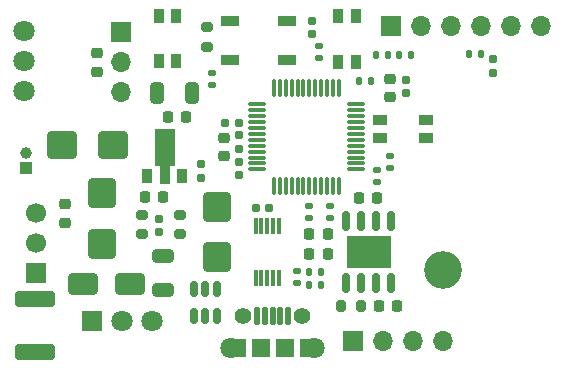
<source format=gts>
%TF.GenerationSoftware,KiCad,Pcbnew,7.0.2-6a45011f42~172~ubuntu22.04.1*%
%TF.CreationDate,2023-04-30T23:05:09-06:00*%
%TF.ProjectId,fancy-node,66616e63-792d-46e6-9f64-652e6b696361,rev?*%
%TF.SameCoordinates,Original*%
%TF.FileFunction,Soldermask,Top*%
%TF.FilePolarity,Negative*%
%FSLAX46Y46*%
G04 Gerber Fmt 4.6, Leading zero omitted, Abs format (unit mm)*
G04 Created by KiCad (PCBNEW 7.0.2-6a45011f42~172~ubuntu22.04.1) date 2023-04-30 23:05:09*
%MOMM*%
%LPD*%
G01*
G04 APERTURE LIST*
G04 Aperture macros list*
%AMRoundRect*
0 Rectangle with rounded corners*
0 $1 Rounding radius*
0 $2 $3 $4 $5 $6 $7 $8 $9 X,Y pos of 4 corners*
0 Add a 4 corners polygon primitive as box body*
4,1,4,$2,$3,$4,$5,$6,$7,$8,$9,$2,$3,0*
0 Add four circle primitives for the rounded corners*
1,1,$1+$1,$2,$3*
1,1,$1+$1,$4,$5*
1,1,$1+$1,$6,$7*
1,1,$1+$1,$8,$9*
0 Add four rect primitives between the rounded corners*
20,1,$1+$1,$2,$3,$4,$5,0*
20,1,$1+$1,$4,$5,$6,$7,0*
20,1,$1+$1,$6,$7,$8,$9,0*
20,1,$1+$1,$8,$9,$2,$3,0*%
%AMFreePoly0*
4,1,9,3.862500,-0.866500,0.737500,-0.866500,0.737500,-0.450000,-0.737500,-0.450000,-0.737500,0.450000,0.737500,0.450000,0.737500,0.866500,3.862500,0.866500,3.862500,-0.866500,3.862500,-0.866500,$1*%
G04 Aperture macros list end*
%ADD10RoundRect,0.200000X0.275000X-0.200000X0.275000X0.200000X-0.275000X0.200000X-0.275000X-0.200000X0*%
%ADD11RoundRect,0.135000X0.185000X-0.135000X0.185000X0.135000X-0.185000X0.135000X-0.185000X-0.135000X0*%
%ADD12R,0.900000X1.250000*%
%ADD13RoundRect,0.225000X-0.225000X-0.250000X0.225000X-0.250000X0.225000X0.250000X-0.225000X0.250000X0*%
%ADD14RoundRect,0.155000X0.212500X0.155000X-0.212500X0.155000X-0.212500X-0.155000X0.212500X-0.155000X0*%
%ADD15RoundRect,0.225000X-0.250000X0.225000X-0.250000X-0.225000X0.250000X-0.225000X0.250000X0.225000X0*%
%ADD16RoundRect,0.155000X0.155000X-0.212500X0.155000X0.212500X-0.155000X0.212500X-0.155000X-0.212500X0*%
%ADD17RoundRect,0.050000X0.200000X0.675000X-0.200000X0.675000X-0.200000X-0.675000X0.200000X-0.675000X0*%
%ADD18C,1.408000*%
%ADD19R,1.500000X1.550000*%
%ADD20C,1.800000*%
%ADD21RoundRect,0.218750X-0.218750X-0.256250X0.218750X-0.256250X0.218750X0.256250X-0.218750X0.256250X0*%
%ADD22RoundRect,0.135000X-0.135000X-0.185000X0.135000X-0.185000X0.135000X0.185000X-0.135000X0.185000X0*%
%ADD23R,0.300000X1.400000*%
%ADD24RoundRect,0.218750X0.218750X0.256250X-0.218750X0.256250X-0.218750X-0.256250X0.218750X-0.256250X0*%
%ADD25R,1.500000X0.900000*%
%ADD26RoundRect,0.200000X-0.275000X0.200000X-0.275000X-0.200000X0.275000X-0.200000X0.275000X0.200000X0*%
%ADD27RoundRect,0.250000X-0.650000X0.325000X-0.650000X-0.325000X0.650000X-0.325000X0.650000X0.325000X0*%
%ADD28RoundRect,0.150000X0.150000X-0.675000X0.150000X0.675000X-0.150000X0.675000X-0.150000X-0.675000X0*%
%ADD29R,3.800000X2.700000*%
%ADD30RoundRect,0.250000X-1.000000X-0.650000X1.000000X-0.650000X1.000000X0.650000X-1.000000X0.650000X0*%
%ADD31RoundRect,0.250000X-0.325000X-0.650000X0.325000X-0.650000X0.325000X0.650000X-0.325000X0.650000X0*%
%ADD32RoundRect,0.147500X-0.147500X-0.172500X0.147500X-0.172500X0.147500X0.172500X-0.147500X0.172500X0*%
%ADD33RoundRect,0.200000X0.200000X0.275000X-0.200000X0.275000X-0.200000X-0.275000X0.200000X-0.275000X0*%
%ADD34RoundRect,0.155000X-0.155000X0.212500X-0.155000X-0.212500X0.155000X-0.212500X0.155000X0.212500X0*%
%ADD35RoundRect,0.250000X1.000000X0.900000X-1.000000X0.900000X-1.000000X-0.900000X1.000000X-0.900000X0*%
%ADD36C,3.200000*%
%ADD37RoundRect,0.225000X0.250000X-0.225000X0.250000X0.225000X-0.250000X0.225000X-0.250000X-0.225000X0*%
%ADD38RoundRect,0.250000X0.900000X-1.000000X0.900000X1.000000X-0.900000X1.000000X-0.900000X-1.000000X0*%
%ADD39RoundRect,0.250000X-1.450000X0.400000X-1.450000X-0.400000X1.450000X-0.400000X1.450000X0.400000X0*%
%ADD40R,0.900000X1.300000*%
%ADD41FreePoly0,90.000000*%
%ADD42R,1.250000X0.900000*%
%ADD43RoundRect,0.150000X-0.150000X0.512500X-0.150000X-0.512500X0.150000X-0.512500X0.150000X0.512500X0*%
%ADD44RoundRect,0.155000X-0.212500X-0.155000X0.212500X-0.155000X0.212500X0.155000X-0.212500X0.155000X0*%
%ADD45RoundRect,0.075000X-0.662500X-0.075000X0.662500X-0.075000X0.662500X0.075000X-0.662500X0.075000X0*%
%ADD46RoundRect,0.075000X-0.075000X-0.662500X0.075000X-0.662500X0.075000X0.662500X-0.075000X0.662500X0*%
%ADD47R,1.700000X1.700000*%
%ADD48O,1.700000X1.700000*%
%ADD49R,1.800000X1.800000*%
%ADD50R,1.000000X1.000000*%
%ADD51C,1.000000*%
%ADD52C,1.700000*%
G04 APERTURE END LIST*
D10*
%TO.C,R9*%
X69500000Y-89600000D03*
X69500000Y-87950000D03*
%TD*%
D11*
%TO.C,R2*%
X79000000Y-90610000D03*
X79000000Y-89590000D03*
%TD*%
D12*
%TO.C,SW2*%
X65400000Y-90825000D03*
X65400000Y-86975000D03*
X66900000Y-90825000D03*
X66900000Y-86975000D03*
%TD*%
D11*
%TO.C,R15*%
X79900000Y-104120000D03*
X79900000Y-103100000D03*
%TD*%
D13*
%TO.C,C8*%
X64225000Y-102350000D03*
X65775000Y-102350000D03*
%TD*%
D14*
%TO.C,C1*%
X74767500Y-103300000D03*
X73632500Y-103300000D03*
%TD*%
D15*
%TO.C,C11*%
X57500000Y-102975000D03*
X57500000Y-104525000D03*
%TD*%
D16*
%TO.C,C9*%
X65400000Y-105300000D03*
X65400000Y-104165000D03*
%TD*%
D10*
%TO.C,R11*%
X64000000Y-105475000D03*
X64000000Y-103825000D03*
%TD*%
D17*
%TO.C,J1*%
X73750000Y-112425000D03*
X74400000Y-112425000D03*
X75050000Y-112425000D03*
X75700000Y-112425000D03*
X76350000Y-112425000D03*
D18*
X72550000Y-112400000D03*
X77550000Y-112400000D03*
D19*
X74050000Y-115100000D03*
X76050000Y-115100000D03*
D20*
X71550000Y-115100000D03*
D19*
X72000000Y-115100000D03*
X78100000Y-115100000D03*
D20*
X78550000Y-115100000D03*
%TD*%
D21*
%TO.C,D6*%
X78125000Y-105500000D03*
X79700000Y-105500000D03*
%TD*%
D22*
%TO.C,R6*%
X83780000Y-90300000D03*
X84800000Y-90300000D03*
%TD*%
D23*
%TO.C,U1*%
X73600000Y-109200000D03*
X74100000Y-109200000D03*
X74600000Y-109200000D03*
X75100000Y-109200000D03*
X75600000Y-109200000D03*
X75600000Y-104800000D03*
X75100000Y-104800000D03*
X74600000Y-104800000D03*
X74100000Y-104800000D03*
X73600000Y-104800000D03*
%TD*%
D24*
%TO.C,D1*%
X83900000Y-102400000D03*
X82325000Y-102400000D03*
%TD*%
D25*
%TO.C,U3*%
X71400000Y-87450000D03*
X71400000Y-90750000D03*
X76300000Y-90750000D03*
X76300000Y-87450000D03*
%TD*%
D26*
%TO.C,R10*%
X67200000Y-103850000D03*
X67200000Y-105500000D03*
%TD*%
D27*
%TO.C,C14*%
X65800000Y-107300000D03*
X65800000Y-110250000D03*
%TD*%
D11*
%TO.C,R1*%
X83900000Y-101100000D03*
X83900000Y-100080000D03*
%TD*%
D28*
%TO.C,U6*%
X81290000Y-109600000D03*
X82560000Y-109600000D03*
X83830000Y-109600000D03*
X85100000Y-109600000D03*
X85100000Y-104350000D03*
X83830000Y-104350000D03*
X82560000Y-104350000D03*
X81290000Y-104350000D03*
D29*
X83195000Y-106975000D03*
%TD*%
D30*
%TO.C,D8*%
X59000000Y-109700000D03*
X63000000Y-109700000D03*
%TD*%
D31*
%TO.C,C10*%
X65250000Y-93500000D03*
X68200000Y-93500000D03*
%TD*%
D13*
%TO.C,C18*%
X84050000Y-111600000D03*
X85600000Y-111600000D03*
%TD*%
D32*
%TO.C,L1*%
X91700000Y-90200000D03*
X92670000Y-90200000D03*
%TD*%
D33*
%TO.C,R14*%
X82500000Y-111600000D03*
X80850000Y-111600000D03*
%TD*%
D34*
%TO.C,C17*%
X93700000Y-90665000D03*
X93700000Y-91800000D03*
%TD*%
D11*
%TO.C,R8*%
X77100000Y-109620000D03*
X77100000Y-108600000D03*
%TD*%
D35*
%TO.C,D5*%
X61500000Y-97900000D03*
X57200000Y-97900000D03*
%TD*%
D22*
%TO.C,R13*%
X78090000Y-108700000D03*
X79110000Y-108700000D03*
%TD*%
D15*
%TO.C,C4*%
X70900000Y-97350000D03*
X70900000Y-98900000D03*
%TD*%
%TO.C,C6*%
X60200000Y-90175000D03*
X60200000Y-91725000D03*
%TD*%
D13*
%TO.C,C12*%
X66150000Y-95600000D03*
X67700000Y-95600000D03*
%TD*%
D36*
%TO.C,H4*%
X89500000Y-108500000D03*
%TD*%
D16*
%TO.C,C13*%
X69000000Y-100700000D03*
X69000000Y-99565000D03*
%TD*%
D37*
%TO.C,C16*%
X85000000Y-93875000D03*
X85000000Y-92325000D03*
%TD*%
D38*
%TO.C,D4*%
X70300000Y-107450000D03*
X70300000Y-103150000D03*
%TD*%
D39*
%TO.C,TH1*%
X54900000Y-110975000D03*
X54900000Y-115425000D03*
%TD*%
D11*
%TO.C,R3*%
X69900000Y-92900000D03*
X69900000Y-91880000D03*
%TD*%
%TO.C,R4*%
X85000000Y-99910000D03*
X85000000Y-98890000D03*
%TD*%
D21*
%TO.C,D7*%
X78125000Y-107200000D03*
X79700000Y-107200000D03*
%TD*%
D40*
%TO.C,U4*%
X64400000Y-100600000D03*
D41*
X65900000Y-100512500D03*
D40*
X67400000Y-100600000D03*
%TD*%
D42*
%TO.C,SW3*%
X88025000Y-97350000D03*
X84175000Y-97350000D03*
X88025000Y-95850000D03*
X84175000Y-95850000D03*
%TD*%
D43*
%TO.C,D2*%
X70300000Y-110100000D03*
X69350000Y-110100000D03*
X68400000Y-110100000D03*
X68400000Y-112375000D03*
X69350000Y-112375000D03*
X70300000Y-112375000D03*
%TD*%
D22*
%TO.C,R7*%
X85780000Y-90300000D03*
X86800000Y-90300000D03*
%TD*%
D44*
%TO.C,C2*%
X71032500Y-96050000D03*
X72167500Y-96050000D03*
%TD*%
D12*
%TO.C,SW1*%
X80600000Y-90900000D03*
X80600000Y-87050000D03*
X82100000Y-90900000D03*
X82100000Y-87050000D03*
%TD*%
D45*
%TO.C,U2*%
X73737500Y-94500000D03*
X73737500Y-95000000D03*
X73737500Y-95500000D03*
X73737500Y-96000000D03*
X73737500Y-96500000D03*
X73737500Y-97000000D03*
X73737500Y-97500000D03*
X73737500Y-98000000D03*
X73737500Y-98500000D03*
X73737500Y-99000000D03*
X73737500Y-99500000D03*
X73737500Y-100000000D03*
D46*
X75150000Y-101412500D03*
X75650000Y-101412500D03*
X76150000Y-101412500D03*
X76650000Y-101412500D03*
X77150000Y-101412500D03*
X77650000Y-101412500D03*
X78150000Y-101412500D03*
X78650000Y-101412500D03*
X79150000Y-101412500D03*
X79650000Y-101412500D03*
X80150000Y-101412500D03*
X80650000Y-101412500D03*
D45*
X82062500Y-100000000D03*
X82062500Y-99500000D03*
X82062500Y-99000000D03*
X82062500Y-98500000D03*
X82062500Y-98000000D03*
X82062500Y-97500000D03*
X82062500Y-97000000D03*
X82062500Y-96500000D03*
X82062500Y-96000000D03*
X82062500Y-95500000D03*
X82062500Y-95000000D03*
X82062500Y-94500000D03*
D46*
X80650000Y-93087500D03*
X80150000Y-93087500D03*
X79650000Y-93087500D03*
X79150000Y-93087500D03*
X78650000Y-93087500D03*
X78150000Y-93087500D03*
X77650000Y-93087500D03*
X77150000Y-93087500D03*
X76650000Y-93087500D03*
X76150000Y-93087500D03*
X75650000Y-93087500D03*
X75150000Y-93087500D03*
%TD*%
D20*
%TO.C,H1*%
X54000000Y-93400000D03*
X54000000Y-90860000D03*
X54000000Y-88320000D03*
%TD*%
D47*
%TO.C,J5*%
X81820000Y-114500000D03*
D48*
X84360000Y-114500000D03*
X86900000Y-114500000D03*
X89440000Y-114500000D03*
%TD*%
D22*
%TO.C,R5*%
X82380000Y-92500000D03*
X83400000Y-92500000D03*
%TD*%
D47*
%TO.C,J2*%
X85080000Y-87900000D03*
D48*
X87620000Y-87900000D03*
X90160000Y-87900000D03*
X92700000Y-87900000D03*
X95240000Y-87900000D03*
X97780000Y-87900000D03*
%TD*%
D16*
%TO.C,C3*%
X72200000Y-98250000D03*
X72200000Y-97115000D03*
%TD*%
D22*
%TO.C,R16*%
X78090000Y-109800000D03*
X79110000Y-109800000D03*
%TD*%
D11*
%TO.C,R12*%
X78100000Y-104120000D03*
X78100000Y-103100000D03*
%TD*%
D38*
%TO.C,D3*%
X60600000Y-106300000D03*
X60600000Y-102000000D03*
%TD*%
D16*
%TO.C,C5*%
X72200000Y-100485000D03*
X72200000Y-99350000D03*
%TD*%
D49*
%TO.C,SW4*%
X59750000Y-112862500D03*
D20*
X62300000Y-112862500D03*
X64850000Y-112862500D03*
%TD*%
D34*
%TO.C,C15*%
X86300000Y-92407500D03*
X86300000Y-93542500D03*
%TD*%
D16*
%TO.C,C7*%
X78400000Y-87400000D03*
X78400000Y-88535000D03*
%TD*%
D47*
%TO.C,J3*%
X62175000Y-88395000D03*
D48*
X62175000Y-90935000D03*
X62175000Y-93475000D03*
%TD*%
D50*
%TO.C,J6*%
X54200000Y-99900000D03*
D51*
X54200000Y-98650000D03*
%TD*%
D47*
%TO.C,J4*%
X55000000Y-108740000D03*
D52*
X55000000Y-106200000D03*
X55000000Y-103660000D03*
%TD*%
M02*

</source>
